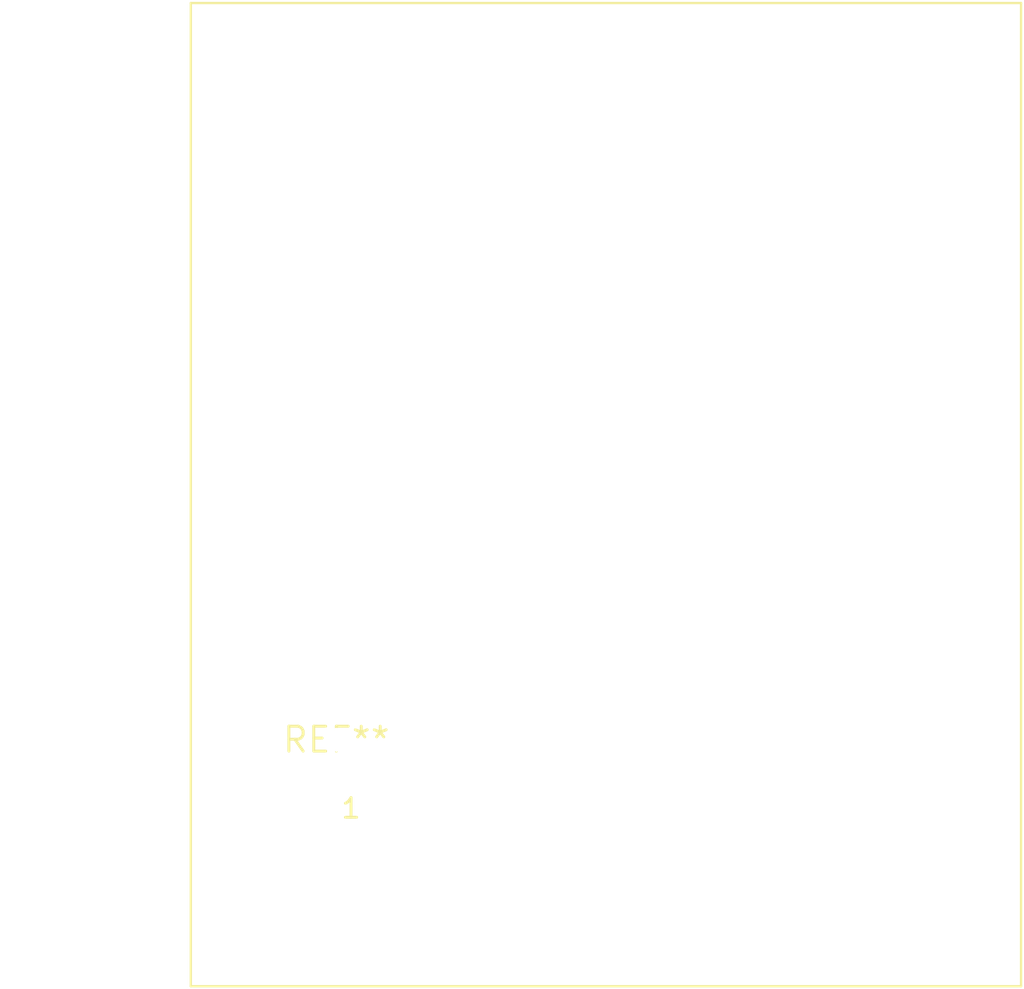
<source format=kicad_pcb>
(kicad_pcb (version 20240108) (generator pcbnew)
  (layers (0 "F.Cu" signal) (31 "B.Cu" signal) (34 "B.Paste" user) (35 "F.Paste" user) (36 "B.SilkS" user "B.Silkscreen") (37 "F.SilkS" user "F.Silkscreen") (38 "B.Mask" user) (39 "F.Mask" user) (44 "Edge.Cuts" user))
  (net 0 "")
  (footprint "Transformer_CHK_EI48-8VA_Neutral" (layer "F.Cu") (at 0 0)
    (property "Reference" "REF**")
    (property "Value" "Transformer_CHK_EI48-8VA_Neutral")
    (fp_line (start -7.42 -37.57) (end -7.42 12.57) (layer "F.SilkS") (stroke (width 0.12)))
    (fp_line (start -7.42 -37.57) (end 34.92 -37.57) (layer "F.SilkS") (stroke (width 0.12)))
    (fp_line (start 34.92 12.57) (end -7.42 12.57) (layer "F.SilkS") (stroke (width 0.12)))
    (fp_line (start 34.92 12.57) (end 34.92 -37.57) (layer "F.SilkS") (stroke (width 0.12)))
    (fp_text user "1" (at 0.75 3.5 0) (layer "F.SilkS"))
    (pad "1" thru_hole circle (at 0 0) (size 3 3) (drill 1.2) (layers *.Cu *.Mask) (remove_unused_layers))
    (pad "2" thru_hole circle (at 0 -5) (size 3 3) (drill 1.2) (layers *.Cu *.Mask) (remove_unused_layers))
    (pad "3" thru_hole circle (at 0 -10) (size 3 3) (drill 1.2) (layers *.Cu *.Mask) (remove_unused_layers))
    (pad "4" thru_hole circle (at 0 -15) (size 3 3) (drill 1.2) (layers *.Cu *.Mask) (remove_unused_layers))
    (pad "5" thru_hole circle (at 0 -20) (size 3 3) (drill 1.2) (layers *.Cu *.Mask) (remove_unused_layers))
    (pad "6" thru_hole circle (at 0 -25.05) (size 3 3) (drill 1.2) (layers *.Cu *.Mask) (remove_unused_layers))
    (pad "7" thru_hole circle (at 27.5 -25) (size 3 3) (drill 1.2) (layers *.Cu *.Mask) (remove_unused_layers))
    (pad "8" thru_hole circle (at 27.5 -20) (size 3 3) (drill 1.2) (layers *.Cu *.Mask) (remove_unused_layers))
    (pad "9" thru_hole circle (at 27.5 -15) (size 3 3) (drill 1.2) (layers *.Cu *.Mask) (remove_unused_layers))
    (pad "10" thru_hole circle (at 27.5 -10) (size 3 3) (drill 1.2) (layers *.Cu *.Mask) (remove_unused_layers))
    (pad "11" thru_hole circle (at 27.5 -5) (size 3 3) (drill 1.2) (layers *.Cu *.Mask) (remove_unused_layers))
    (pad "12" thru_hole circle (at 27.5 0) (size 3 3) (drill 1.2) (layers *.Cu *.Mask) (remove_unused_layers))
  )
)
</source>
